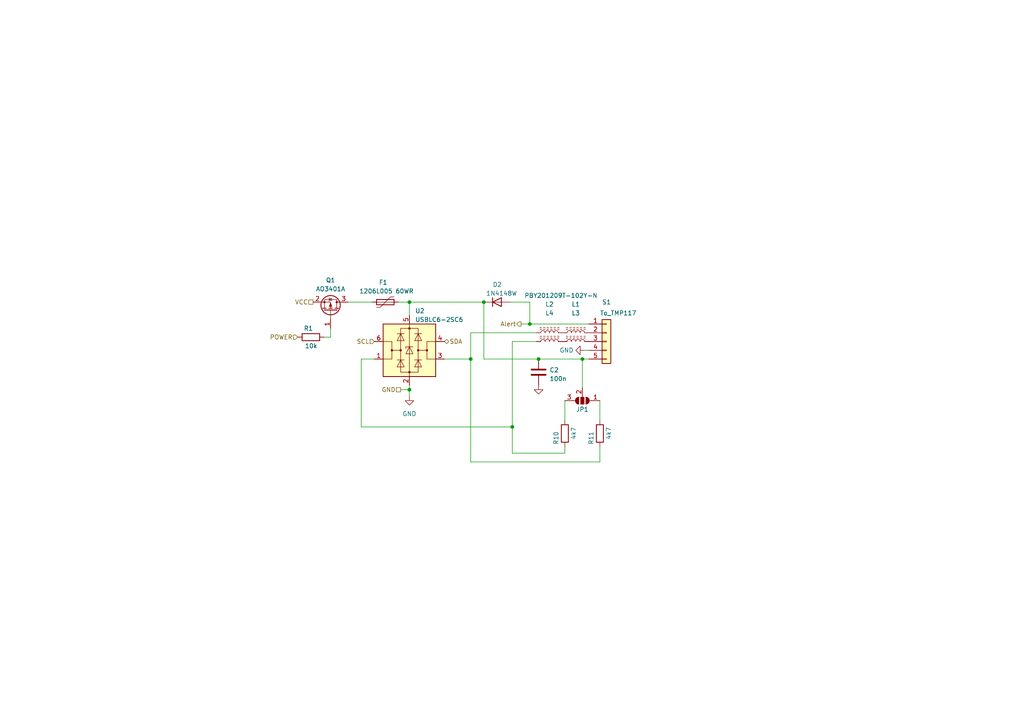
<source format=kicad_sch>
(kicad_sch (version 20230121) (generator eeschema)
  (paper "A4")
  (lib_symbols
    (symbol "Connector_Generic:Conn_01x05" (pin_names (offset 1.016) hide)
      (property "Reference" "J" (at 0 7.62 0))
      (property "Value" "Conn_01x05" (at 0 -7.62 0))
      (symbol "Conn_01x05_1_1"
        (rectangle (start -1.27 -4.953) (end 0 -5.207) (stroke (width 0.1524)))
        (rectangle (start -1.27 -2.413) (end 0 -2.667) (stroke (width 0.1524)))
        (rectangle (start -1.27 0.127) (end 0 -0.127) (stroke (width 0.1524)))
        (rectangle (start -1.27 2.667) (end 0 2.413) (stroke (width 0.1524)))
        (rectangle (start -1.27 5.207) (end 0 4.953) (stroke (width 0.1524)))
        (rectangle (start -1.27 6.35) (end 1.27 -6.35) (stroke (width 0.254)) (fill (type background)))
        (pin passive line (at -5.08 5.08 0) (length 3.81) (name "Pin_1") (number "1"))
        (pin passive line (at -5.08 2.54 0) (length 3.81) (name "Pin_2") (number "2"))
        (pin passive line (at -5.08 0 0) (length 3.81) (name "Pin_3") (number "3"))
        (pin passive line (at -5.08 -2.54 0) (length 3.81) (name "Pin_4") (number "4"))
        (pin passive line (at -5.08 -5.08 0) (length 3.81) (name "Pin_5") (number "5"))
      )
    )
    (symbol "Device:C" (pin_numbers hide) (pin_names (offset 0.254))
      (property "Reference" "C" (at 0.635 2.54 0))
      (property "Value" "C" (at 0.635 -2.54 0))
      (symbol "C_0_1"
        (polyline (pts (xy -2.032 -0.762) (xy 2.032 -0.762)) (stroke (width 0.508)))
        (polyline (pts (xy -2.032 0.762) (xy 2.032 0.762)) (stroke (width 0.508)))
      )
      (symbol "C_1_1"
        (pin passive line (at 0 3.81 270) (length 2.794) (name "~") (number "1"))
        (pin passive line (at 0 -3.81 90) (length 2.794) (name "~") (number "2"))
      )
    )
    (symbol "Device:D" (pin_numbers hide) (pin_names (offset 1.016) hide)
      (property "Reference" "D" (at 0 2.54 0))
      (property "Value" "D" (at 0 -2.54 0))
      (symbol "D_0_1"
        (polyline (pts (xy -1.27 1.27) (xy -1.27 -1.27)) (stroke (width 0.254)))
        (polyline (pts (xy 1.27 0) (xy -1.27 0)))
        (polyline (pts (xy 1.27 1.27) (xy 1.27 -1.27) (xy -1.27 0) (xy 1.27 1.27)) (stroke (width 0.254)))
      )
      (symbol "D_1_1"
        (pin passive line (at -3.81 0 0) (length 2.54) (name "K") (number "1"))
        (pin passive line (at 3.81 0 180) (length 2.54) (name "A") (number "2"))
      )
    )
    (symbol "Device:L_Ferrite" (pin_numbers hide) (pin_names (offset 1.016) hide)
      (property "Reference" "L" (at -1.27 0 90))
      (property "Value" "L_Ferrite" (at 2.794 0 90))
      (symbol "L_Ferrite_0_1"
        (arc (start 0 -2.54) (mid 0.6323 -1.905) (end 0 -1.27))
        (arc (start 0 -1.27) (mid 0.6323 -0.635) (end 0 0))
        (polyline (pts (xy 1.016 -2.794) (xy 1.016 -2.286)))
        (polyline (pts (xy 1.016 -1.778) (xy 1.016 -1.27)))
        (polyline (pts (xy 1.016 -0.762) (xy 1.016 -0.254)))
        (polyline (pts (xy 1.016 0.254) (xy 1.016 0.762)))
        (polyline (pts (xy 1.016 1.27) (xy 1.016 1.778)))
        (polyline (pts (xy 1.016 2.286) (xy 1.016 2.794)))
        (polyline (pts (xy 1.524 -2.286) (xy 1.524 -2.794)))
        (polyline (pts (xy 1.524 -1.27) (xy 1.524 -1.778)))
        (polyline (pts (xy 1.524 -0.254) (xy 1.524 -0.762)))
        (polyline (pts (xy 1.524 0.762) (xy 1.524 0.254)))
        (polyline (pts (xy 1.524 1.778) (xy 1.524 1.27)))
        (polyline (pts (xy 1.524 2.794) (xy 1.524 2.286)))
        (arc (start 0 0) (mid 0.6323 0.635) (end 0 1.27))
        (arc (start 0 1.27) (mid 0.6323 1.905) (end 0 2.54))
      )
      (symbol "L_Ferrite_1_1"
        (pin passive line (at 0 3.81 270) (length 1.27) (name "1") (number "1"))
        (pin passive line (at 0 -3.81 90) (length 1.27) (name "2") (number "2"))
      )
    )
    (symbol "Device:Polyfuse" (pin_numbers hide) (pin_names (offset 0))
      (property "Reference" "F" (at -2.54 0 90))
      (property "Value" "Polyfuse" (at 2.54 0 90))
      (symbol "Polyfuse_0_1"
        (rectangle (start -0.762 2.54) (end 0.762 -2.54) (stroke (width 0.254)))
        (polyline (pts (xy 0 2.54) (xy 0 -2.54)))
        (polyline (pts (xy -1.524 2.54) (xy -1.524 1.524) (xy 1.524 -1.524) (xy 1.524 -2.54)))
      )
      (symbol "Polyfuse_1_1"
        (pin passive line (at 0 3.81 270) (length 1.27) (name "~") (number "1"))
        (pin passive line (at 0 -3.81 90) (length 1.27) (name "~") (number "2"))
      )
    )
    (symbol "Device:R" (pin_numbers hide) (pin_names (offset 0))
      (property "Reference" "R" (at 2.032 0 90))
      (property "Value" "R" (at 0 0 90))
      (symbol "R_0_1"
        (rectangle (start -1.016 -2.54) (end 1.016 2.54) (stroke (width 0.254)))
      )
      (symbol "R_1_1"
        (pin passive line (at 0 3.81 270) (length 1.27) (name "~") (number "1"))
        (pin passive line (at 0 -3.81 90) (length 1.27) (name "~") (number "2"))
      )
    )
    (symbol "Jumper:SolderJumper_3_Open" (pin_names (offset 0) hide)
      (property "Reference" "JP" (at -2.54 -2.54 0))
      (property "Value" "SolderJumper_3_Open" (at 0 2.794 0))
      (symbol "SolderJumper_3_Open_0_1"
        (arc (start -1.016 1.016) (mid -2.0276 0) (end -1.016 -1.016))
        (arc (start -1.016 1.016) (mid -2.0276 0) (end -1.016 -1.016) (fill (type outline)))
        (rectangle (start -0.508 1.016) (end 0.508 -1.016) (fill (type outline)))
        (polyline (pts (xy -2.54 0) (xy -2.032 0)))
        (polyline (pts (xy -1.016 1.016) (xy -1.016 -1.016)))
        (polyline (pts (xy 0 -1.27) (xy 0 -1.016)))
        (polyline (pts (xy 1.016 1.016) (xy 1.016 -1.016)))
        (polyline (pts (xy 2.54 0) (xy 2.032 0)))
        (arc (start 1.016 -1.016) (mid 2.0276 0) (end 1.016 1.016))
        (arc (start 1.016 -1.016) (mid 2.0276 0) (end 1.016 1.016) (fill (type outline)))
      )
      (symbol "SolderJumper_3_Open_1_1"
        (pin passive line (at -5.08 0 0) (length 2.54) (name "A") (number "1"))
        (pin passive line (at 0 -3.81 90) (length 2.54) (name "C") (number "2"))
        (pin passive line (at 5.08 0 180) (length 2.54) (name "B") (number "3"))
      )
    )
    (symbol "Power_Protection:USBLC6-2SC6" (pin_names hide)
      (property "Reference" "U" (at 2.54 8.89 0))
      (property "Value" "USBLC6-2SC6" (at 2.54 -8.89 0))
      (symbol "USBLC6-2SC6_0_1"
        (rectangle (start -7.62 -7.62) (end 7.62 7.62) (stroke (width 0.254)) (fill (type background)))
        (circle (center -5.08 0) (radius 0.254) (fill (type outline)))
        (circle (center -2.54 0) (radius 0.254) (fill (type outline)))
        (rectangle (start -2.54 6.35) (end 2.54 -6.35))
        (circle (center 0 -6.35) (radius 0.254) (fill (type outline)))
        (polyline (pts (xy -5.08 -2.54) (xy -7.62 -2.54)))
        (polyline (pts (xy -5.08 0) (xy -5.08 -2.54)))
        (polyline (pts (xy -5.08 2.54) (xy -7.62 2.54)))
        (polyline (pts (xy -1.524 -2.794) (xy -3.556 -2.794)))
        (polyline (pts (xy -1.524 4.826) (xy -3.556 4.826)))
        (polyline (pts (xy 0 -7.62) (xy 0 -6.35)))
        (polyline (pts (xy 0 -6.35) (xy 0 1.27)))
        (polyline (pts (xy 0 1.27) (xy 0 6.35)))
        (polyline (pts (xy 0 6.35) (xy 0 7.62)))
        (polyline (pts (xy 1.524 -2.794) (xy 3.556 -2.794)))
        (polyline (pts (xy 1.524 4.826) (xy 3.556 4.826)))
        (polyline (pts (xy 5.08 -2.54) (xy 7.62 -2.54)))
        (polyline (pts (xy 5.08 0) (xy 5.08 -2.54)))
        (polyline (pts (xy 5.08 2.54) (xy 7.62 2.54)))
        (polyline (pts (xy -2.54 0) (xy -5.08 0) (xy -5.08 2.54)))
        (polyline (pts (xy 2.54 0) (xy 5.08 0) (xy 5.08 2.54)))
        (polyline (pts (xy -3.556 -4.826) (xy -1.524 -4.826) (xy -2.54 -2.794) (xy -3.556 -4.826)))
        (polyline (pts (xy -3.556 2.794) (xy -1.524 2.794) (xy -2.54 4.826) (xy -3.556 2.794)))
        (polyline (pts (xy -1.016 -1.016) (xy 1.016 -1.016) (xy 0 1.016) (xy -1.016 -1.016)))
        (polyline (pts (xy 1.016 1.016) (xy 0.762 1.016) (xy -1.016 1.016) (xy -1.016 0.508)))
        (polyline (pts (xy 3.556 -4.826) (xy 1.524 -4.826) (xy 2.54 -2.794) (xy 3.556 -4.826)))
        (polyline (pts (xy 3.556 2.794) (xy 1.524 2.794) (xy 2.54 4.826) (xy 3.556 2.794)))
        (circle (center 0 6.35) (radius 0.254) (fill (type outline)))
        (circle (center 2.54 0) (radius 0.254) (fill (type outline)))
        (circle (center 5.08 0) (radius 0.254) (fill (type outline)))
      )
      (symbol "USBLC6-2SC6_1_1"
        (pin passive line (at -10.16 -2.54 0) (length 2.54) (name "I/O1") (number "1"))
        (pin passive line (at 0 -10.16 90) (length 2.54) (name "GND") (number "2"))
        (pin passive line (at 10.16 -2.54 180) (length 2.54) (name "I/O2") (number "3"))
        (pin passive line (at 10.16 2.54 180) (length 2.54) (name "I/O2") (number "4"))
        (pin passive line (at 0 10.16 270) (length 2.54) (name "VBUS") (number "5"))
        (pin passive line (at -10.16 2.54 0) (length 2.54) (name "I/O1") (number "6"))
      )
    )
    (symbol "Transistor_FET:AO3401A" (pin_names hide)
      (property "Reference" "Q" (at 5.08 1.905 0))
      (property "Value" "AO3401A" (at 5.08 0 0))
      (symbol "AO3401A_0_1"
        (polyline (pts (xy 0.254 0) (xy -2.54 0)))
        (polyline (pts (xy 0.254 1.905) (xy 0.254 -1.905)) (stroke (width 0.254)))
        (polyline (pts (xy 0.762 -1.27) (xy 0.762 -2.286)) (stroke (width 0.254)))
        (polyline (pts (xy 0.762 0.508) (xy 0.762 -0.508)) (stroke (width 0.254)))
        (polyline (pts (xy 0.762 2.286) (xy 0.762 1.27)) (stroke (width 0.254)))
        (polyline (pts (xy 2.54 2.54) (xy 2.54 1.778)))
        (polyline (pts (xy 2.54 -2.54) (xy 2.54 0) (xy 0.762 0)))
        (polyline (pts (xy 0.762 1.778) (xy 3.302 1.778) (xy 3.302 -1.778) (xy 0.762 -1.778)))
        (polyline (pts (xy 2.286 0) (xy 1.27 0.381) (xy 1.27 -0.381) (xy 2.286 0)) (fill (type outline)))
        (polyline (pts (xy 2.794 -0.508) (xy 2.921 -0.381) (xy 3.683 -0.381) (xy 3.81 -0.254)))
        (polyline (pts (xy 3.302 -0.381) (xy 2.921 0.254) (xy 3.683 0.254) (xy 3.302 -0.381)))
        (circle (center 1.651 0) (radius 2.794) (stroke (width 0.254)))
        (circle (center 2.54 -1.778) (radius 0.254) (fill (type outline)))
        (circle (center 2.54 1.778) (radius 0.254) (fill (type outline)))
      )
      (symbol "AO3401A_1_1"
        (pin input line (at -5.08 0 0) (length 2.54) (name "G") (number "1"))
        (pin passive line (at 2.54 -5.08 90) (length 2.54) (name "S") (number "2"))
        (pin passive line (at 2.54 5.08 270) (length 2.54) (name "D") (number "3"))
      )
    )
    (symbol "power:GND" (power) (pin_names (offset 0))
      (property "Value" "GND" (at 0 -3.81 0))
      (symbol "GND_0_1"
        (polyline (pts (xy 0 0) (xy 0 -1.27) (xy 1.27 -1.27) (xy 0 -2.54) (xy -1.27 -1.27) (xy 0 -1.27)))
      )
      (symbol "GND_1_1"
        (pin power_in line (at 0 0 270) (length 0) hide (name "GND") (number "1"))
      )
    )
  )
  (junction (at 136.525 104.14))
  (junction (at 148.59 123.825))
  (junction (at 156.21 104.14))
  (junction (at 168.91 104.14))
  (junction (at 118.745 113.03))
  (junction (at 153.67 93.98))
  (junction (at 118.745 87.63))
  (junction (at 140.335 87.63))
  (wire (pts (xy 168.91 104.14) (xy 156.21 104.14)))
  (wire (pts (xy 153.67 93.98) (xy 170.815 93.98)))
  (wire (pts (xy 95.885 97.79) (xy 95.885 95.25)))
  (wire (pts (xy 148.59 99.06) (xy 155.575 99.06)))
  (wire (pts (xy 140.335 87.63) (xy 140.335 104.14)))
  (wire (pts (xy 93.98 97.79) (xy 95.885 97.79)))
  (wire (pts (xy 115.57 87.63) (xy 118.745 87.63)))
  (wire (pts (xy 170.815 104.14) (xy 168.91 104.14)))
  (wire (pts (xy 173.99 116.205) (xy 173.99 121.92)))
  (wire (pts (xy 116.205 113.03) (xy 118.745 113.03)))
  (wire (pts (xy 118.745 87.63) (xy 140.335 87.63)))
  (wire (pts (xy 163.83 129.54) (xy 163.83 131.445)))
  (wire (pts (xy 163.83 116.205) (xy 163.83 121.92)))
  (wire (pts (xy 108.585 104.14) (xy 104.775 104.14)))
  (wire (pts (xy 153.67 87.63) (xy 153.67 93.98)))
  (wire (pts (xy 100.965 87.63) (xy 107.95 87.63)))
  (wire (pts (xy 173.99 129.54) (xy 173.99 133.985)))
  (wire (pts (xy 168.91 104.14) (xy 168.91 112.395)))
  (wire (pts (xy 118.745 91.44) (xy 118.745 87.63)))
  (wire (pts (xy 148.59 131.445) (xy 163.83 131.445)))
  (wire (pts (xy 104.775 123.825) (xy 148.59 123.825)))
  (wire (pts (xy 136.525 133.985) (xy 136.525 104.14)))
  (wire (pts (xy 148.59 123.825) (xy 148.59 99.06)))
  (wire (pts (xy 147.955 87.63) (xy 153.67 87.63)))
  (wire (pts (xy 118.745 114.935) (xy 118.745 113.03)))
  (wire (pts (xy 118.745 113.03) (xy 118.745 111.76)))
  (wire (pts (xy 136.525 133.985) (xy 173.99 133.985)))
  (wire (pts (xy 128.905 104.14) (xy 136.525 104.14)))
  (wire (pts (xy 140.335 104.14) (xy 156.21 104.14)))
  (wire (pts (xy 136.525 96.52) (xy 155.575 96.52)))
  (wire (pts (xy 148.59 131.445) (xy 148.59 123.825)))
  (wire (pts (xy 136.525 96.52) (xy 136.525 104.14)))
  (wire (pts (xy 169.545 101.6) (xy 170.815 101.6)))
  (wire (pts (xy 104.775 104.14) (xy 104.775 123.825)))
  (wire (pts (xy 151.13 93.98) (xy 153.67 93.98)))
  (hierarchical_label "VCC" (shape passive) (at 90.805 87.63 180))
  (hierarchical_label "SCL" (shape input) (at 108.585 99.06 180))
  (hierarchical_label "GND" (shape passive) (at 116.205 113.03 180))
  (hierarchical_label "Alert" (shape output) (at 151.13 93.98 180))
  (hierarchical_label "SDA" (shape bidirectional) (at 128.905 99.06 0))
  (hierarchical_label "POWER" (shape input) (at 86.36 97.79 180))
  (symbol (lib_id "power:GND") (at 156.21 111.76 0) (unit 1)
    (property "Reference" "#PWR06" (effects hide))
    (property "Value" "GND" (effects hide))
    (instances (project "Datalogger2039_TMP117_adapter" (path "" (reference "#PWR06") (unit 1)) (path "" (reference "#PWR012") (unit 1)) (path "" (reference "#PWR022") (unit 1)) (path "" (reference "#PWR027") (unit 1)) (path "" (reference "#PWR032") (unit 1)) (path "" (reference "#PWR043") (unit 1)) (path "" (reference "#PWR046") (unit 1)) (path "" (reference "#PWR049") (unit 1)) (path "" (reference "#PWR052") (unit 1))))
  )
  (symbol (lib_id "Device:Polyfuse") (at 111.76 87.63 270) (unit 1)
    (property "Reference" "F1" (at 112.395 81.915 90) (effects (justify right)))
    (property "Value" "1206L005 60WR" (at 120.015 84.455 90) (effects (justify right)))
    (property "Footprint" "Fuse:Fuse_1206_3216Metric_Pad1.42x1.75mm_HandSolder" (effects hide))
    (property "LCSC" "C315892" (effects hide))
    (instances (project "Datalogger2039_TMP117_adapter" (path "" (reference "F1") (unit 1)) (path "" (reference "F1") (unit 1)) (path "" (reference "F3") (unit 1)) (path "" (reference "F4") (unit 1)) (path "" (reference "F5") (unit 1)) (path "" (reference "F6") (unit 1)) (path "" (reference "F7") (unit 1)) (path "" (reference "F8") (unit 1)) (path "" (reference "F9") (unit 1))))
  )
  (symbol (lib_id "Device:L_Ferrite") (at 167.005 96.52 90) (unit 1)
    (property "Reference" "L1" (at 167.005 88.265 90))
    (property "Value" "PBY201209T-102Y-N " (at 163.195 85.725 90))
    (property "Footprint" "Inductor_SMD:L_0805_2012Metric_Pad1.15x1.40mm_HandSolder" (effects hide))
    (property "LCSC" "C142064" (effects hide))
    (instances (project "Datalogger2039_TMP117_adapter" (path "" (reference "L1") (unit 1)) (path "" (reference "L3") (unit 1)) (path "" (reference "L7") (unit 1)) (path "" (reference "L11") (unit 1)) (path "" (reference "L15") (unit 1)) (path "" (reference "L19") (unit 1)) (path "" (reference "L23") (unit 1)) (path "" (reference "L27") (unit 1)) (path "" (reference "L31") (unit 1))))
  )
  (symbol (lib_id "Device:C") (at 156.21 107.95 180) (unit 1)
    (property "Reference" "C2" (at 159.385 107.315 0) (effects (justify right)))
    (property "Value" "100n" (at 159.385 109.855 0) (effects (justify right)))
    (property "Footprint" "Capacitor_SMD:C_0805_2012Metric_Pad1.18x1.45mm_HandSolder" (effects hide))
    (property "LCSC" "C2930278" (effects hide))
    (instances (project "Datalogger2039_TMP117_adapter" (path "" (reference "C2") (unit 1)) (path "" (reference "C2") (unit 1)) (path "" (reference "C4") (unit 1)) (path "" (reference "C5") (unit 1)) (path "" (reference "C6") (unit 1)) (path "" (reference "C7") (unit 1)) (path "" (reference "C8") (unit 1)) (path "" (reference "C9") (unit 1)) (path "" (reference "C10") (unit 1))))
  )
  (symbol (lib_id "Power_Protection:USBLC6-2SC6") (at 118.745 101.6 0) (unit 1)
    (property "Reference" "U2" (at 120.3961 90.17 0) (effects (justify left)))
    (property "Value" "USBLC6-2SC6" (at 120.3961 92.71 0) (effects (justify left)))
    (property "Footprint" "Package_TO_SOT_SMD:SOT-23-6" (effects hide))
    (property "Datasheet" "https://www.st.com/resource/en/datasheet/usblc6-2.pdf" (effects hide))
    (property "LCSC" "C2687116" (effects hide))
    (instances (project "Datalogger2039_TMP117_adapter" (path "" (reference "U2") (unit 1)) (path "" (reference "U2") (unit 1)) (path "" (reference "U3") (unit 1)) (path "" (reference "U4") (unit 1)) (path "" (reference "U5") (unit 1)) (path "" (reference "U6") (unit 1)) (path "" (reference "U7") (unit 1)) (path "" (reference "U8") (unit 1)) (path "" (reference "U9") (unit 1))))
  )
  (symbol (lib_id "Device:R") (at 163.83 125.73 0) (mirror x) (unit 1)
    (property "Reference" "R10" (at 161.29 125.095 90) (effects (justify left)))
    (property "Value" "4k7" (at 166.37 123.825 90) (effects (justify left)))
    (property "Footprint" "Resistor_SMD:R_0805_2012Metric_Pad1.20x1.40mm_HandSolder" (effects hide))
    (property "LCSC" "C2930231" (effects hide))
    (instances (project "Datalogger2039_TMP117_adapter" (path "" (reference "R10") (unit 1)) (path "" (reference "R12") (unit 1)) (path "" (reference "R14") (unit 1)) (path "" (reference "R16") (unit 1)) (path "" (reference "R18") (unit 1)) (path "" (reference "R20") (unit 1)) (path "" (reference "R22") (unit 1)) (path "" (reference "R24") (unit 1)) (path "" (reference "R26") (unit 1))))
  )
  (symbol (lib_id "power:GND") (at 118.745 114.935 0) (unit 1)
    (property "Reference" "#PWR011" (effects hide))
    (property "Value" "GND" (at 118.745 120.015 0))
    (instances (project "Datalogger2039_TMP117_adapter" (path "" (reference "#PWR011") (unit 1)) (path "" (reference "#PWR010") (unit 1)) (path "" (reference "#PWR021") (unit 1)) (path "" (reference "#PWR026") (unit 1)) (path "" (reference "#PWR031") (unit 1)) (path "" (reference "#PWR042") (unit 1)) (path "" (reference "#PWR045") (unit 1)) (path "" (reference "#PWR048") (unit 1)) (path "" (reference "#PWR051") (unit 1))))
  )
  (symbol (lib_id "Device:L_Ferrite") (at 159.385 99.06 90) (unit 1)
    (property "Reference" "L4" (at 159.385 90.805 90))
    (property "Value" "PBY201209T-102Y-N " (effects hide))
    (property "Footprint" "Inductor_SMD:L_0805_2012Metric_Pad1.15x1.40mm_HandSolder" (effects hide))
    (property "LCSC" "C142064" (effects hide))
    (instances (project "Datalogger2039_TMP117_adapter" (path "" (reference "L4") (unit 1)) (path "" (reference "L2") (unit 1)) (path "" (reference "L6") (unit 1)) (path "" (reference "L10") (unit 1)) (path "" (reference "L14") (unit 1)) (path "" (reference "L18") (unit 1)) (path "" (reference "L22") (unit 1)) (path "" (reference "L26") (unit 1)) (path "" (reference "L30") (unit 1))))
  )
  (symbol (lib_id "Device:R") (at 90.17 97.79 90) (mirror x) (unit 1)
    (property "Reference" "R1" (at 90.805 95.25 90) (effects (justify left)))
    (property "Value" "10k" (at 92.075 100.33 90) (effects (justify left)))
    (property "Footprint" "Resistor_SMD:R_0805_2012Metric_Pad1.20x1.40mm_HandSolder" (effects hide))
    (property "LCSC" "C2930231" (effects hide))
    (instances (project "Datalogger2039_TMP117_adapter" (path "" (reference "R1") (unit 1)) (path "" (reference "R2") (unit 1)) (path "" (reference "R3") (unit 1)) (path "" (reference "R4") (unit 1)) (path "" (reference "R5") (unit 1)) (path "" (reference "R6") (unit 1)) (path "" (reference "R7") (unit 1)) (path "" (reference "R8") (unit 1)) (path "" (reference "R9") (unit 1))))
  )
  (symbol (lib_id "Device:L_Ferrite") (at 167.005 99.06 90) (unit 1)
    (property "Reference" "L3" (at 167.005 90.805 90))
    (property "Value" "PBY201209T-102Y-N " (effects hide))
    (property "Footprint" "Inductor_SMD:L_0805_2012Metric_Pad1.15x1.40mm_HandSolder" (effects hide))
    (property "LCSC" "C142064" (effects hide))
    (instances (project "Datalogger2039_TMP117_adapter" (path "" (reference "L3") (unit 1)) (path "" (reference "L4") (unit 1)) (path "" (reference "L8") (unit 1)) (path "" (reference "L12") (unit 1)) (path "" (reference "L16") (unit 1)) (path "" (reference "L20") (unit 1)) (path "" (reference "L24") (unit 1)) (path "" (reference "L28") (unit 1)) (path "" (reference "L32") (unit 1))))
  )
  (symbol (lib_id "power:GND") (at 169.545 101.6 270) (unit 1)
    (property "Reference" "#PWR012" (effects hide))
    (property "Value" "GND" (at 166.37 101.6 90) (effects (justify right)))
    (instances (project "Datalogger2039_TMP117_adapter" (path "" (reference "#PWR012") (unit 1)) (path "" (reference "#PWR011") (unit 1)) (path "" (reference "#PWR023") (unit 1)) (path "" (reference "#PWR028") (unit 1)) (path "" (reference "#PWR033") (unit 1)) (path "" (reference "#PWR044") (unit 1)) (path "" (reference "#PWR047") (unit 1)) (path "" (reference "#PWR050") (unit 1)) (path "" (reference "#PWR053") (unit 1))))
  )
  (symbol (lib_id "Device:R") (at 173.99 125.73 0) (mirror x) (unit 1)
    (property "Reference" "R11" (at 171.45 125.095 90) (effects (justify left)))
    (property "Value" "4k7" (at 176.53 123.825 90) (effects (justify left)))
    (property "Footprint" "Resistor_SMD:R_0805_2012Metric_Pad1.20x1.40mm_HandSolder" (effects hide))
    (property "LCSC" "C2930231" (effects hide))
    (instances (project "Datalogger2039_TMP117_adapter" (path "" (reference "R11") (unit 1)) (path "" (reference "R13") (unit 1)) (path "" (reference "R15") (unit 1)) (path "" (reference "R17") (unit 1)) (path "" (reference "R19") (unit 1)) (path "" (reference "R21") (unit 1)) (path "" (reference "R23") (unit 1)) (path "" (reference "R25") (unit 1)) (path "" (reference "R27") (unit 1))))
  )
  (symbol (lib_id "Jumper:SolderJumper_3_Open") (at 168.91 116.205 180) (unit 1) (in_bom no)
    (property "Reference" "JP1" (at 168.91 118.745 0))
    (property "Value" "SolderJumper_3_Open" (effects hide))
    (property "Footprint" "Jumper:SolderJumper-3_P1.3mm_Open_RoundedPad1.0x1.5mm" (effects hide))
    (instances (project "Datalogger2039_TMP117_adapter" (path "" (reference "JP1") (unit 1)) (path "" (reference "JP1") (unit 1)) (path "" (reference "JP3") (unit 1)) (path "" (reference "JP4") (unit 1)) (path "" (reference "JP5") (unit 1)) (path "" (reference "JP6") (unit 1)) (path "" (reference "JP7") (unit 1)) (path "" (reference "JP8") (unit 1)) (path "" (reference "JP9") (unit 1))))
  )
  (symbol (lib_id "Device:D") (at 144.145 87.63 0) (unit 1)
    (property "Reference" "D2" (at 142.875 82.55 0) (effects (justify left)))
    (property "Value" "1N4148W" (at 140.97 85.09 0) (effects (justify left)))
    (property "Footprint" "Diode_SMD:D_SOD-123" (effects hide))
    (property "Sim.Device" "D" (effects hide))
    (property "Sim.Pins" "1=K 2=A" (effects hide))
    (property "LCSC" "C917030" (effects hide))
    (instances (project "Datalogger2039_TMP117_adapter" (path "" (reference "D2") (unit 1)) (path "" (reference "D2") (unit 1)) (path "" (reference "D3") (unit 1)) (path "" (reference "D4") (unit 1)) (path "" (reference "D5") (unit 1)) (path "" (reference "D6") (unit 1)) (path "" (reference "D7") (unit 1)) (path "" (reference "D8") (unit 1)) (path "" (reference "D9") (unit 1))))
  )
  (symbol (lib_id "Transistor_FET:AO3401A") (at 95.885 90.17 270) (mirror x) (unit 1)
    (property "Reference" "Q1" (at 95.885 81.28 90))
    (property "Value" "AO3401A" (at 95.885 83.82 90))
    (property "Footprint" "Package_TO_SOT_SMD:SOT-23" (effects hide))
    (property "Datasheet" "http://www.aosmd.com/pdfs/datasheet/AO3401A.pdf" (effects hide))
    (instances (project "Datalogger2039_TMP117_adapter" (path "" (reference "Q1") (unit 1)) (path "" (reference "Q2") (unit 1)) (path "" (reference "Q3") (unit 1)) (path "" (reference "Q4") (unit 1)) (path "" (reference "Q5") (unit 1)) (path "" (reference "Q6") (unit 1)) (path "" (reference "Q7") (unit 1)) (path "" (reference "Q8") (unit 1))))
  )
  (symbol (lib_id "Device:L_Ferrite") (at 159.385 96.52 90) (unit 1)
    (property "Reference" "L2" (at 159.385 88.265 90))
    (property "Value" "PBY201209T-102Y-N " (effects hide))
    (property "Footprint" "Inductor_SMD:L_0805_2012Metric_Pad1.15x1.40mm_HandSolder" (effects hide))
    (property "LCSC" "C142064" (effects hide))
    (instances (project "Datalogger2039_TMP117_adapter" (path "" (reference "L2") (unit 1)) (path "" (reference "L1") (unit 1)) (path "" (reference "L5") (unit 1)) (path "" (reference "L9") (unit 1)) (path "" (reference "L13") (unit 1)) (path "" (reference "L17") (unit 1)) (path "" (reference "L21") (unit 1)) (path "" (reference "L25") (unit 1)) (path "" (reference "L29") (unit 1))))
  )
  (symbol (lib_id "Connector_Generic:Conn_01x05") (at 175.895 99.06 0) (unit 1)
    (property "Reference" "S1" (at 174.625 87.63 0) (effects (justify left)))
    (property "Value" "To_TMP117" (at 173.99 90.805 0) (effects (justify left)))
    (property "Footprint" "Connector_PinSocket_2.54mm:PinSocket_1x05_P2.54mm_Vertical" (effects hide))
    (property "LCSC" "C2935904" (effects hide))
    (instances (project "Datalogger2039_TMP117_adapter" (path "" (reference "S1") (unit 1)) (path "" (reference "S1") (unit 1)) (path "" (reference "S2") (unit 1)) (path "" (reference "S3") (unit 1)) (path "" (reference "S4") (unit 1)) (path "" (reference "S5") (unit 1)) (path "" (reference "S6") (unit 1)) (path "" (reference "S7") (unit 1)) (path "" (reference "S8") (unit 1))))
  )
)
</source>
